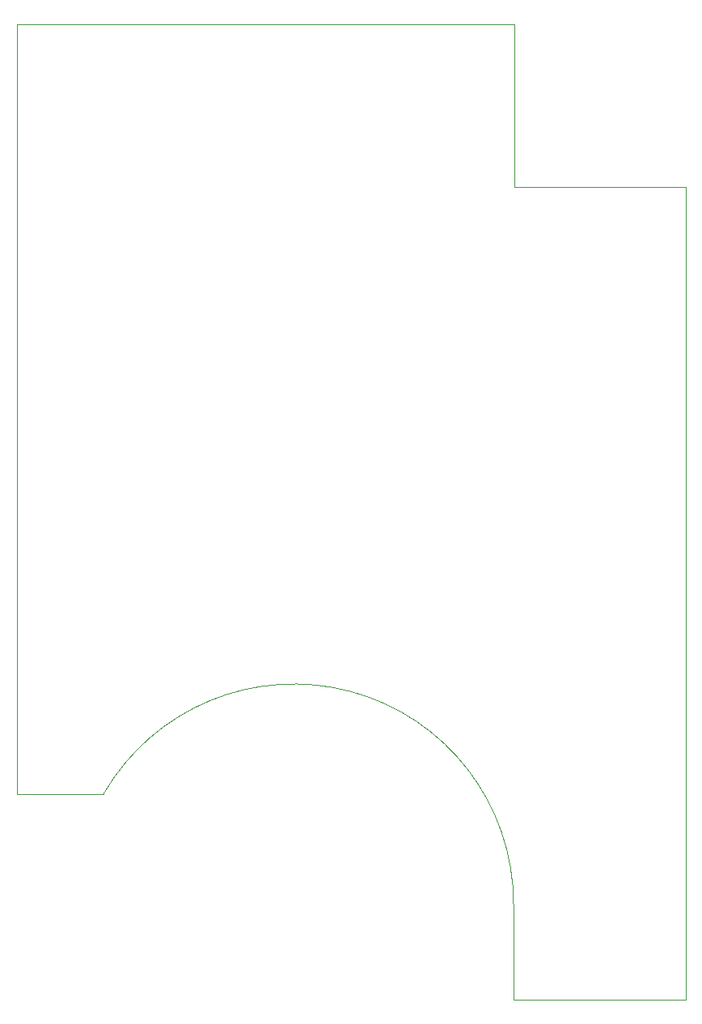
<source format=gbr>
%TF.GenerationSoftware,Altium Limited,Altium Designer,25.3.3 (18)*%
G04 Layer_Color=0*
%FSLAX45Y45*%
%MOMM*%
%TF.SameCoordinates,BD87FDF2-1F07-4250-B4CA-E9600B944348*%
%TF.FilePolarity,Positive*%
%TF.FileFunction,Profile,NP*%
%TF.Part,Single*%
G01*
G75*
%TA.AperFunction,Profile*%
%ADD99C,0.02540*%
D99*
X1Y-2050000D02*
X-0Y6000000D01*
X5210000D01*
Y4300000D01*
X7000000D01*
Y-4200000D01*
X5200000Y-4200000D01*
Y-3200000D01*
D02*
G03*
X908142Y-2050000I-2300000J0D01*
G01*
X1D01*
%TF.MD5,ea16e739db4444e4ff3894a443f3b1d8*%
M02*

</source>
